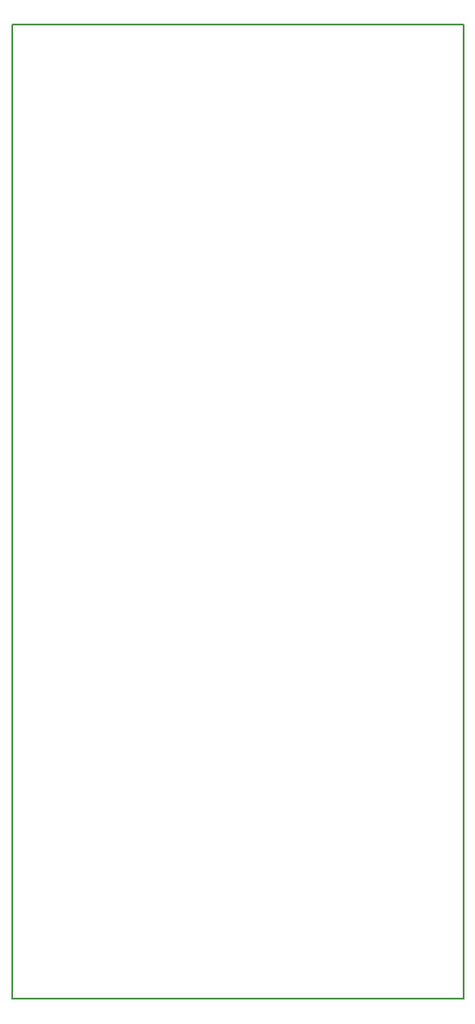
<source format=gbr>
G04 #@! TF.GenerationSoftware,KiCad,Pcbnew,(5.0.1)-4*
G04 #@! TF.CreationDate,2019-03-05T01:40:27-06:00*
G04 #@! TF.ProjectId,mult,6D756C742E6B696361645F7063620000,rev?*
G04 #@! TF.SameCoordinates,Original*
G04 #@! TF.FileFunction,Profile,NP*
%FSLAX46Y46*%
G04 Gerber Fmt 4.6, Leading zero omitted, Abs format (unit mm)*
G04 Created by KiCad (PCBNEW (5.0.1)-4) date 3/5/2019 1:40:27*
%MOMM*%
%LPD*%
G01*
G04 APERTURE LIST*
%ADD10C,0.150000*%
G04 APERTURE END LIST*
D10*
X-131020000Y137183000D02*
X-174708000Y137183000D01*
X-174708000Y137183000D02*
X-174708000Y42949000D01*
X-131020000Y42949000D02*
X-174708000Y42949000D01*
X-131020000Y137183000D02*
X-131020000Y42949000D01*
M02*

</source>
